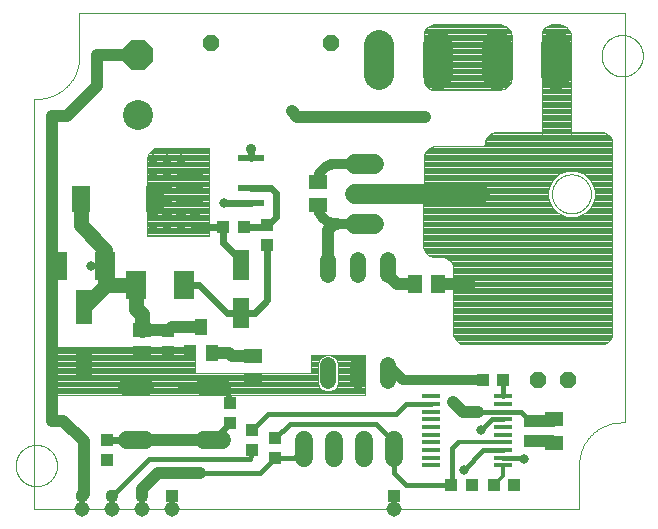
<source format=gtl>
G75*
%MOIN*%
%OFA0B0*%
%FSLAX25Y25*%
%IPPOS*%
%LPD*%
%AMOC8*
5,1,8,0,0,1.08239X$1,22.5*
%
%ADD10C,0.00394*%
%ADD11C,0.00000*%
%ADD12R,0.06496X0.01575*%
%ADD13R,0.04331X0.03937*%
%ADD14R,0.04134X0.04252*%
%ADD15R,0.04252X0.04134*%
%ADD16R,0.03937X0.04331*%
%ADD17C,0.05937*%
%ADD18C,0.10000*%
%ADD19OC8,0.10000*%
%ADD20R,0.05512X0.11811*%
%ADD21C,0.10000*%
%ADD22OC8,0.05200*%
%ADD23R,0.06299X0.05118*%
%ADD24R,0.08661X0.02362*%
%ADD25R,0.07087X0.09449*%
%ADD26R,0.05906X0.08661*%
%ADD27R,0.05512X0.10236*%
%ADD28C,0.06600*%
%ADD29C,0.05200*%
%ADD30R,0.05118X0.05906*%
%ADD31R,0.05906X0.05118*%
%ADD32R,0.03937X0.05512*%
%ADD33R,0.04362X0.04362*%
%ADD34C,0.04362*%
%ADD35C,0.05150*%
%ADD36C,0.06000*%
%ADD37C,0.01200*%
%ADD38C,0.01600*%
%ADD39C,0.03169*%
%ADD40C,0.04000*%
%ADD41C,0.03200*%
%ADD42C,0.02400*%
%ADD43C,0.03562*%
%ADD44C,0.05000*%
D10*
X0014189Y0005042D02*
X0195882Y0005042D01*
X0195882Y0019609D02*
X0195886Y0019951D01*
X0195899Y0020294D01*
X0195919Y0020636D01*
X0195948Y0020977D01*
X0195985Y0021317D01*
X0196031Y0021657D01*
X0196084Y0021995D01*
X0196146Y0022332D01*
X0196216Y0022667D01*
X0196294Y0023001D01*
X0196380Y0023332D01*
X0196474Y0023662D01*
X0196576Y0023989D01*
X0196685Y0024313D01*
X0196803Y0024635D01*
X0196928Y0024954D01*
X0197061Y0025269D01*
X0197202Y0025582D01*
X0197350Y0025890D01*
X0197505Y0026196D01*
X0197668Y0026497D01*
X0197838Y0026794D01*
X0198015Y0027087D01*
X0198200Y0027376D01*
X0198391Y0027660D01*
X0198589Y0027940D01*
X0198793Y0028214D01*
X0199005Y0028484D01*
X0199222Y0028748D01*
X0199446Y0029007D01*
X0199677Y0029261D01*
X0199913Y0029509D01*
X0200155Y0029751D01*
X0200403Y0029987D01*
X0200657Y0030218D01*
X0200916Y0030442D01*
X0201180Y0030659D01*
X0201450Y0030871D01*
X0201724Y0031075D01*
X0202004Y0031273D01*
X0202288Y0031464D01*
X0202577Y0031649D01*
X0202870Y0031826D01*
X0203167Y0031996D01*
X0203468Y0032159D01*
X0203774Y0032314D01*
X0204082Y0032462D01*
X0204395Y0032603D01*
X0204710Y0032736D01*
X0205029Y0032861D01*
X0205351Y0032979D01*
X0205675Y0033088D01*
X0206002Y0033190D01*
X0206332Y0033284D01*
X0206663Y0033370D01*
X0206997Y0033448D01*
X0207332Y0033518D01*
X0207669Y0033580D01*
X0208007Y0033633D01*
X0208347Y0033679D01*
X0208687Y0033716D01*
X0209028Y0033745D01*
X0209370Y0033765D01*
X0209713Y0033778D01*
X0210055Y0033782D01*
X0211039Y0033782D02*
X0211039Y0170396D01*
X0029346Y0170396D01*
X0029346Y0155830D01*
X0029342Y0155488D01*
X0029329Y0155145D01*
X0029309Y0154803D01*
X0029280Y0154462D01*
X0029243Y0154122D01*
X0029197Y0153782D01*
X0029144Y0153444D01*
X0029082Y0153107D01*
X0029012Y0152772D01*
X0028934Y0152438D01*
X0028848Y0152107D01*
X0028754Y0151777D01*
X0028652Y0151450D01*
X0028543Y0151126D01*
X0028425Y0150804D01*
X0028300Y0150485D01*
X0028167Y0150170D01*
X0028026Y0149857D01*
X0027878Y0149549D01*
X0027723Y0149243D01*
X0027560Y0148942D01*
X0027390Y0148645D01*
X0027213Y0148352D01*
X0027028Y0148063D01*
X0026837Y0147779D01*
X0026639Y0147499D01*
X0026435Y0147225D01*
X0026223Y0146955D01*
X0026006Y0146691D01*
X0025782Y0146432D01*
X0025551Y0146178D01*
X0025315Y0145930D01*
X0025073Y0145688D01*
X0024825Y0145452D01*
X0024571Y0145221D01*
X0024312Y0144997D01*
X0024048Y0144780D01*
X0023778Y0144568D01*
X0023504Y0144364D01*
X0023224Y0144166D01*
X0022940Y0143975D01*
X0022651Y0143790D01*
X0022358Y0143613D01*
X0022061Y0143443D01*
X0021760Y0143280D01*
X0021454Y0143125D01*
X0021146Y0142977D01*
X0020833Y0142836D01*
X0020518Y0142703D01*
X0020199Y0142578D01*
X0019877Y0142460D01*
X0019553Y0142351D01*
X0019226Y0142249D01*
X0018896Y0142155D01*
X0018565Y0142069D01*
X0018231Y0141991D01*
X0017896Y0141921D01*
X0017559Y0141859D01*
X0017221Y0141806D01*
X0016881Y0141760D01*
X0016541Y0141723D01*
X0016200Y0141694D01*
X0015858Y0141674D01*
X0015515Y0141661D01*
X0015173Y0141657D01*
X0014189Y0141656D02*
X0014189Y0005042D01*
X0018283Y0042995D02*
X0018283Y0059019D01*
X0067929Y0059019D01*
X0067929Y0050396D01*
X0106563Y0050396D01*
X0106563Y0056223D01*
X0124622Y0056223D01*
X0124622Y0042995D01*
X0018283Y0042995D01*
X0018283Y0043072D02*
X0124622Y0043072D01*
X0124622Y0043464D02*
X0018283Y0043464D01*
X0018283Y0043856D02*
X0124622Y0043856D01*
X0124622Y0044248D02*
X0113048Y0044248D01*
X0112876Y0044178D02*
X0114125Y0044695D01*
X0115080Y0045650D01*
X0115598Y0046899D01*
X0115598Y0053450D01*
X0115080Y0054699D01*
X0114125Y0055654D01*
X0112876Y0056171D01*
X0111525Y0056171D01*
X0110277Y0055654D01*
X0109321Y0054699D01*
X0108804Y0053450D01*
X0108804Y0046899D01*
X0109321Y0045650D01*
X0110277Y0044695D01*
X0111525Y0044178D01*
X0112876Y0044178D01*
X0113994Y0044641D02*
X0124622Y0044641D01*
X0124622Y0045033D02*
X0114463Y0045033D01*
X0114855Y0045425D02*
X0124622Y0045425D01*
X0124622Y0045817D02*
X0115150Y0045817D01*
X0115312Y0046210D02*
X0124622Y0046210D01*
X0124622Y0046602D02*
X0115475Y0046602D01*
X0115598Y0046994D02*
X0124622Y0046994D01*
X0124622Y0047386D02*
X0115598Y0047386D01*
X0115598Y0047778D02*
X0124622Y0047778D01*
X0124622Y0048171D02*
X0115598Y0048171D01*
X0115598Y0048563D02*
X0124622Y0048563D01*
X0124622Y0048955D02*
X0115598Y0048955D01*
X0115598Y0049347D02*
X0124622Y0049347D01*
X0124622Y0049739D02*
X0115598Y0049739D01*
X0115598Y0050132D02*
X0124622Y0050132D01*
X0124622Y0050524D02*
X0115598Y0050524D01*
X0115598Y0050916D02*
X0124622Y0050916D01*
X0124622Y0051308D02*
X0115598Y0051308D01*
X0115598Y0051700D02*
X0124622Y0051700D01*
X0124622Y0052093D02*
X0115598Y0052093D01*
X0115598Y0052485D02*
X0124622Y0052485D01*
X0124622Y0052877D02*
X0115598Y0052877D01*
X0115598Y0053269D02*
X0124622Y0053269D01*
X0124622Y0053662D02*
X0115510Y0053662D01*
X0115348Y0054054D02*
X0124622Y0054054D01*
X0124622Y0054446D02*
X0115185Y0054446D01*
X0114941Y0054838D02*
X0124622Y0054838D01*
X0124622Y0055230D02*
X0114549Y0055230D01*
X0114156Y0055623D02*
X0124622Y0055623D01*
X0124622Y0056015D02*
X0113254Y0056015D01*
X0111147Y0056015D02*
X0106563Y0056015D01*
X0106563Y0055623D02*
X0110245Y0055623D01*
X0109853Y0055230D02*
X0106563Y0055230D01*
X0106563Y0054838D02*
X0109461Y0054838D01*
X0109216Y0054446D02*
X0106563Y0054446D01*
X0106563Y0054054D02*
X0109054Y0054054D01*
X0108892Y0053662D02*
X0106563Y0053662D01*
X0106563Y0053269D02*
X0108804Y0053269D01*
X0108804Y0052877D02*
X0106563Y0052877D01*
X0106563Y0052485D02*
X0108804Y0052485D01*
X0108804Y0052093D02*
X0106563Y0052093D01*
X0106563Y0051700D02*
X0108804Y0051700D01*
X0108804Y0051308D02*
X0106563Y0051308D01*
X0106563Y0050916D02*
X0108804Y0050916D01*
X0108804Y0050524D02*
X0106563Y0050524D01*
X0108804Y0050132D02*
X0018283Y0050132D01*
X0018283Y0050524D02*
X0067929Y0050524D01*
X0067929Y0050916D02*
X0018283Y0050916D01*
X0018283Y0051308D02*
X0067929Y0051308D01*
X0067929Y0051700D02*
X0018283Y0051700D01*
X0018283Y0052093D02*
X0067929Y0052093D01*
X0067929Y0052485D02*
X0018283Y0052485D01*
X0018283Y0052877D02*
X0067929Y0052877D01*
X0067929Y0053269D02*
X0018283Y0053269D01*
X0018283Y0053662D02*
X0067929Y0053662D01*
X0067929Y0054054D02*
X0018283Y0054054D01*
X0018283Y0054446D02*
X0067929Y0054446D01*
X0067929Y0054838D02*
X0018283Y0054838D01*
X0018283Y0055230D02*
X0067929Y0055230D01*
X0067929Y0055623D02*
X0018283Y0055623D01*
X0018283Y0056015D02*
X0067929Y0056015D01*
X0067929Y0056407D02*
X0018283Y0056407D01*
X0018283Y0056799D02*
X0067929Y0056799D01*
X0067929Y0057191D02*
X0018283Y0057191D01*
X0018283Y0057584D02*
X0067929Y0057584D01*
X0067929Y0057976D02*
X0018283Y0057976D01*
X0018283Y0058368D02*
X0067929Y0058368D01*
X0067929Y0058760D02*
X0018283Y0058760D01*
X0018283Y0049739D02*
X0108804Y0049739D01*
X0108804Y0049347D02*
X0018283Y0049347D01*
X0018283Y0048955D02*
X0108804Y0048955D01*
X0108804Y0048563D02*
X0018283Y0048563D01*
X0018283Y0048171D02*
X0108804Y0048171D01*
X0108804Y0047778D02*
X0018283Y0047778D01*
X0018283Y0047386D02*
X0108804Y0047386D01*
X0108804Y0046994D02*
X0018283Y0046994D01*
X0018283Y0046602D02*
X0108927Y0046602D01*
X0109089Y0046210D02*
X0018283Y0046210D01*
X0018283Y0045817D02*
X0109252Y0045817D01*
X0109546Y0045425D02*
X0018283Y0045425D01*
X0018283Y0045033D02*
X0109938Y0045033D01*
X0110407Y0044641D02*
X0018283Y0044641D01*
X0018283Y0044248D02*
X0111354Y0044248D01*
X0154190Y0062436D02*
X0154013Y0063099D01*
X0153953Y0063782D01*
X0153953Y0084963D01*
X0153893Y0085647D01*
X0153715Y0086310D01*
X0153425Y0086932D01*
X0153032Y0087494D01*
X0152546Y0087979D01*
X0151984Y0088373D01*
X0151362Y0088663D01*
X0150699Y0088841D01*
X0150016Y0088900D01*
X0147822Y0088900D01*
X0147133Y0088961D01*
X0146465Y0089142D01*
X0145839Y0089436D01*
X0145275Y0089836D01*
X0144789Y0090328D01*
X0144396Y0090898D01*
X0144110Y0091527D01*
X0143938Y0092198D01*
X0143886Y0092887D01*
X0144257Y0122021D01*
X0144342Y0122782D01*
X0144571Y0123513D01*
X0144938Y0124185D01*
X0145428Y0124773D01*
X0146023Y0125255D01*
X0146699Y0125613D01*
X0147432Y0125834D01*
X0148194Y0125908D01*
X0163756Y0125908D01*
X0163939Y0125932D01*
X0164110Y0126003D01*
X0164257Y0126116D01*
X0164370Y0126263D01*
X0164440Y0126434D01*
X0164465Y0126617D01*
X0164524Y0127301D01*
X0164702Y0127963D01*
X0164992Y0128585D01*
X0165386Y0129148D01*
X0165871Y0129633D01*
X0166433Y0130026D01*
X0167055Y0130317D01*
X0167718Y0130494D01*
X0168402Y0130554D01*
X0203047Y0130554D01*
X0203731Y0130494D01*
X0204394Y0130317D01*
X0205016Y0130026D01*
X0205578Y0129633D01*
X0206063Y0129148D01*
X0206457Y0128585D01*
X0206747Y0127963D01*
X0206924Y0127301D01*
X0206984Y0126617D01*
X0206984Y0063782D01*
X0206924Y0063099D01*
X0206747Y0062436D01*
X0206457Y0061814D01*
X0206063Y0061252D01*
X0205578Y0060766D01*
X0205016Y0060373D01*
X0204394Y0060083D01*
X0203731Y0059905D01*
X0203047Y0059845D01*
X0157890Y0059845D01*
X0157206Y0059905D01*
X0156543Y0060083D01*
X0155921Y0060373D01*
X0155359Y0060766D01*
X0154874Y0061252D01*
X0154480Y0061814D01*
X0154190Y0062436D01*
X0154258Y0062290D02*
X0206679Y0062290D01*
X0206813Y0062682D02*
X0154124Y0062682D01*
X0154019Y0063075D02*
X0206918Y0063075D01*
X0206957Y0063467D02*
X0153980Y0063467D01*
X0153953Y0063859D02*
X0206984Y0063859D01*
X0206984Y0064251D02*
X0153953Y0064251D01*
X0153953Y0064643D02*
X0206984Y0064643D01*
X0206984Y0065036D02*
X0153953Y0065036D01*
X0153953Y0065428D02*
X0206984Y0065428D01*
X0206984Y0065820D02*
X0153953Y0065820D01*
X0153953Y0066212D02*
X0206984Y0066212D01*
X0206984Y0066605D02*
X0153953Y0066605D01*
X0153953Y0066997D02*
X0206984Y0066997D01*
X0206984Y0067389D02*
X0153953Y0067389D01*
X0153953Y0067781D02*
X0206984Y0067781D01*
X0206984Y0068173D02*
X0153953Y0068173D01*
X0153953Y0068566D02*
X0206984Y0068566D01*
X0206984Y0068958D02*
X0153953Y0068958D01*
X0153953Y0069350D02*
X0206984Y0069350D01*
X0206984Y0069742D02*
X0153953Y0069742D01*
X0153953Y0070134D02*
X0206984Y0070134D01*
X0206984Y0070527D02*
X0153953Y0070527D01*
X0153953Y0070919D02*
X0206984Y0070919D01*
X0206984Y0071311D02*
X0153953Y0071311D01*
X0153953Y0071703D02*
X0206984Y0071703D01*
X0206984Y0072096D02*
X0153953Y0072096D01*
X0153953Y0072488D02*
X0206984Y0072488D01*
X0206984Y0072880D02*
X0153953Y0072880D01*
X0153953Y0073272D02*
X0206984Y0073272D01*
X0206984Y0073664D02*
X0153953Y0073664D01*
X0153953Y0074057D02*
X0206984Y0074057D01*
X0206984Y0074449D02*
X0153953Y0074449D01*
X0153953Y0074841D02*
X0206984Y0074841D01*
X0206984Y0075233D02*
X0153953Y0075233D01*
X0153953Y0075625D02*
X0206984Y0075625D01*
X0206984Y0076018D02*
X0153953Y0076018D01*
X0153953Y0076410D02*
X0206984Y0076410D01*
X0206984Y0076802D02*
X0153953Y0076802D01*
X0153953Y0077194D02*
X0206984Y0077194D01*
X0206984Y0077586D02*
X0153953Y0077586D01*
X0153953Y0077979D02*
X0206984Y0077979D01*
X0206984Y0078371D02*
X0153953Y0078371D01*
X0153953Y0078763D02*
X0206984Y0078763D01*
X0206984Y0079155D02*
X0153953Y0079155D01*
X0153953Y0079548D02*
X0206984Y0079548D01*
X0206984Y0079940D02*
X0153953Y0079940D01*
X0153953Y0080332D02*
X0206984Y0080332D01*
X0206984Y0080724D02*
X0153953Y0080724D01*
X0153953Y0081116D02*
X0206984Y0081116D01*
X0206984Y0081509D02*
X0153953Y0081509D01*
X0153953Y0081901D02*
X0206984Y0081901D01*
X0206984Y0082293D02*
X0153953Y0082293D01*
X0153953Y0082685D02*
X0206984Y0082685D01*
X0206984Y0083077D02*
X0153953Y0083077D01*
X0153953Y0083470D02*
X0206984Y0083470D01*
X0206984Y0083862D02*
X0153953Y0083862D01*
X0153953Y0084254D02*
X0206984Y0084254D01*
X0206984Y0084646D02*
X0153953Y0084646D01*
X0153946Y0085039D02*
X0206984Y0085039D01*
X0206984Y0085431D02*
X0153912Y0085431D01*
X0153846Y0085823D02*
X0206984Y0085823D01*
X0206984Y0086215D02*
X0153741Y0086215D01*
X0153577Y0086607D02*
X0206984Y0086607D01*
X0206984Y0087000D02*
X0153378Y0087000D01*
X0153103Y0087392D02*
X0206984Y0087392D01*
X0206984Y0087784D02*
X0152742Y0087784D01*
X0152265Y0088176D02*
X0206984Y0088176D01*
X0206984Y0088568D02*
X0151565Y0088568D01*
X0147139Y0088961D02*
X0206984Y0088961D01*
X0206984Y0089353D02*
X0146016Y0089353D01*
X0145403Y0089745D02*
X0206984Y0089745D01*
X0206984Y0090137D02*
X0144977Y0090137D01*
X0144650Y0090529D02*
X0206984Y0090529D01*
X0206984Y0090922D02*
X0144385Y0090922D01*
X0144207Y0091314D02*
X0206984Y0091314D01*
X0206984Y0091706D02*
X0144064Y0091706D01*
X0143963Y0092098D02*
X0206984Y0092098D01*
X0206984Y0092491D02*
X0143915Y0092491D01*
X0143886Y0092883D02*
X0206984Y0092883D01*
X0206984Y0093275D02*
X0143890Y0093275D01*
X0143895Y0093667D02*
X0206984Y0093667D01*
X0206984Y0094059D02*
X0143901Y0094059D01*
X0143906Y0094452D02*
X0206984Y0094452D01*
X0206984Y0094844D02*
X0143911Y0094844D01*
X0143916Y0095236D02*
X0206984Y0095236D01*
X0206984Y0095628D02*
X0143921Y0095628D01*
X0143926Y0096020D02*
X0206984Y0096020D01*
X0206984Y0096413D02*
X0143931Y0096413D01*
X0143936Y0096805D02*
X0206984Y0096805D01*
X0206984Y0097197D02*
X0143941Y0097197D01*
X0143946Y0097589D02*
X0206984Y0097589D01*
X0206984Y0097982D02*
X0143951Y0097982D01*
X0143956Y0098374D02*
X0206984Y0098374D01*
X0206984Y0098766D02*
X0143961Y0098766D01*
X0143966Y0099158D02*
X0206984Y0099158D01*
X0206984Y0099550D02*
X0143971Y0099550D01*
X0143976Y0099943D02*
X0206984Y0099943D01*
X0206984Y0100335D02*
X0143981Y0100335D01*
X0143986Y0100727D02*
X0206984Y0100727D01*
X0206984Y0101119D02*
X0143991Y0101119D01*
X0143996Y0101511D02*
X0206984Y0101511D01*
X0206984Y0101904D02*
X0144001Y0101904D01*
X0144006Y0102296D02*
X0191772Y0102296D01*
X0191823Y0102274D02*
X0194885Y0102274D01*
X0197714Y0103446D01*
X0199879Y0105611D01*
X0201051Y0108440D01*
X0201051Y0111502D01*
X0199879Y0114331D01*
X0197714Y0116496D01*
X0194885Y0117668D01*
X0191823Y0117668D01*
X0188994Y0116496D01*
X0186829Y0114331D01*
X0185657Y0111502D01*
X0185657Y0108440D01*
X0186829Y0105611D01*
X0188994Y0103446D01*
X0191823Y0102274D01*
X0190825Y0102688D02*
X0144011Y0102688D01*
X0144016Y0103080D02*
X0189878Y0103080D01*
X0188968Y0103472D02*
X0144021Y0103472D01*
X0144026Y0103865D02*
X0188576Y0103865D01*
X0188184Y0104257D02*
X0144031Y0104257D01*
X0144036Y0104649D02*
X0187791Y0104649D01*
X0187399Y0105041D02*
X0144041Y0105041D01*
X0144046Y0105434D02*
X0187007Y0105434D01*
X0186740Y0105826D02*
X0144051Y0105826D01*
X0144056Y0106218D02*
X0186578Y0106218D01*
X0186416Y0106610D02*
X0144061Y0106610D01*
X0144066Y0107002D02*
X0186253Y0107002D01*
X0186091Y0107395D02*
X0144071Y0107395D01*
X0144076Y0107787D02*
X0185928Y0107787D01*
X0185766Y0108179D02*
X0144081Y0108179D01*
X0144086Y0108571D02*
X0185657Y0108571D01*
X0185657Y0108963D02*
X0144091Y0108963D01*
X0144096Y0109356D02*
X0185657Y0109356D01*
X0185657Y0109748D02*
X0144101Y0109748D01*
X0144106Y0110140D02*
X0185657Y0110140D01*
X0185657Y0110532D02*
X0144111Y0110532D01*
X0144116Y0110925D02*
X0185657Y0110925D01*
X0185657Y0111317D02*
X0144121Y0111317D01*
X0144126Y0111709D02*
X0185743Y0111709D01*
X0185906Y0112101D02*
X0144131Y0112101D01*
X0144136Y0112493D02*
X0186068Y0112493D01*
X0186230Y0112886D02*
X0144141Y0112886D01*
X0144146Y0113278D02*
X0186393Y0113278D01*
X0186555Y0113670D02*
X0144151Y0113670D01*
X0144156Y0114062D02*
X0186718Y0114062D01*
X0186953Y0114454D02*
X0144161Y0114454D01*
X0144166Y0114847D02*
X0187345Y0114847D01*
X0187737Y0115239D02*
X0144171Y0115239D01*
X0144176Y0115631D02*
X0188129Y0115631D01*
X0188521Y0116023D02*
X0144181Y0116023D01*
X0144186Y0116415D02*
X0188914Y0116415D01*
X0189746Y0116808D02*
X0144191Y0116808D01*
X0144196Y0117200D02*
X0190693Y0117200D01*
X0191640Y0117592D02*
X0144201Y0117592D01*
X0144206Y0117984D02*
X0206984Y0117984D01*
X0206984Y0117592D02*
X0195069Y0117592D01*
X0196016Y0117200D02*
X0206984Y0117200D01*
X0206984Y0116808D02*
X0196963Y0116808D01*
X0197795Y0116415D02*
X0206984Y0116415D01*
X0206984Y0116023D02*
X0198187Y0116023D01*
X0198580Y0115631D02*
X0206984Y0115631D01*
X0206984Y0115239D02*
X0198972Y0115239D01*
X0199364Y0114847D02*
X0206984Y0114847D01*
X0206984Y0114454D02*
X0199756Y0114454D01*
X0199991Y0114062D02*
X0206984Y0114062D01*
X0206984Y0113670D02*
X0200153Y0113670D01*
X0200316Y0113278D02*
X0206984Y0113278D01*
X0206984Y0112886D02*
X0200478Y0112886D01*
X0200641Y0112493D02*
X0206984Y0112493D01*
X0206984Y0112101D02*
X0200803Y0112101D01*
X0200966Y0111709D02*
X0206984Y0111709D01*
X0206984Y0111317D02*
X0201051Y0111317D01*
X0201051Y0110925D02*
X0206984Y0110925D01*
X0206984Y0110532D02*
X0201051Y0110532D01*
X0201051Y0110140D02*
X0206984Y0110140D01*
X0206984Y0109748D02*
X0201051Y0109748D01*
X0201051Y0109356D02*
X0206984Y0109356D01*
X0206984Y0108963D02*
X0201051Y0108963D01*
X0201051Y0108571D02*
X0206984Y0108571D01*
X0206984Y0108179D02*
X0200943Y0108179D01*
X0200780Y0107787D02*
X0206984Y0107787D01*
X0206984Y0107395D02*
X0200618Y0107395D01*
X0200456Y0107002D02*
X0206984Y0107002D01*
X0206984Y0106610D02*
X0200293Y0106610D01*
X0200131Y0106218D02*
X0206984Y0106218D01*
X0206984Y0105826D02*
X0199968Y0105826D01*
X0199702Y0105434D02*
X0206984Y0105434D01*
X0206984Y0105041D02*
X0199309Y0105041D01*
X0198917Y0104649D02*
X0206984Y0104649D01*
X0206984Y0104257D02*
X0198525Y0104257D01*
X0198133Y0103865D02*
X0206984Y0103865D01*
X0206984Y0103472D02*
X0197741Y0103472D01*
X0196831Y0103080D02*
X0206984Y0103080D01*
X0206984Y0102688D02*
X0195884Y0102688D01*
X0194937Y0102296D02*
X0206984Y0102296D01*
X0206984Y0118377D02*
X0144211Y0118377D01*
X0144216Y0118769D02*
X0206984Y0118769D01*
X0206984Y0119161D02*
X0144221Y0119161D01*
X0144226Y0119553D02*
X0206984Y0119553D01*
X0206984Y0119945D02*
X0144231Y0119945D01*
X0144236Y0120338D02*
X0206984Y0120338D01*
X0206984Y0120730D02*
X0144241Y0120730D01*
X0144246Y0121122D02*
X0206984Y0121122D01*
X0206984Y0121514D02*
X0144251Y0121514D01*
X0144256Y0121906D02*
X0206984Y0121906D01*
X0206984Y0122299D02*
X0144288Y0122299D01*
X0144331Y0122691D02*
X0206984Y0122691D01*
X0206984Y0123083D02*
X0144436Y0123083D01*
X0144560Y0123475D02*
X0206984Y0123475D01*
X0206984Y0123868D02*
X0144765Y0123868D01*
X0145001Y0124260D02*
X0206984Y0124260D01*
X0206984Y0124652D02*
X0145327Y0124652D01*
X0145762Y0125044D02*
X0206984Y0125044D01*
X0206984Y0125436D02*
X0146365Y0125436D01*
X0147415Y0125829D02*
X0206984Y0125829D01*
X0206984Y0126221D02*
X0164338Y0126221D01*
X0164464Y0126613D02*
X0206984Y0126613D01*
X0206950Y0127005D02*
X0164499Y0127005D01*
X0164550Y0127397D02*
X0206898Y0127397D01*
X0206793Y0127790D02*
X0164655Y0127790D01*
X0164804Y0128182D02*
X0206645Y0128182D01*
X0206462Y0128574D02*
X0164987Y0128574D01*
X0165259Y0128966D02*
X0206190Y0128966D01*
X0205852Y0129358D02*
X0165597Y0129358D01*
X0166039Y0129751D02*
X0205410Y0129751D01*
X0204766Y0130143D02*
X0166683Y0130143D01*
X0168186Y0130535D02*
X0203262Y0130535D01*
X0193323Y0130535D02*
X0183480Y0130535D01*
X0183480Y0130143D02*
X0193323Y0130143D01*
X0193323Y0129751D02*
X0183480Y0129751D01*
X0183480Y0129358D02*
X0193323Y0129358D01*
X0193323Y0128966D02*
X0183480Y0128966D01*
X0183480Y0128574D02*
X0193323Y0128574D01*
X0183480Y0128574D01*
X0183480Y0162522D01*
X0183487Y0163234D01*
X0183632Y0163930D01*
X0183910Y0164585D01*
X0184311Y0165173D01*
X0184818Y0165671D01*
X0185413Y0166061D01*
X0186073Y0166327D01*
X0186772Y0166459D01*
X0188520Y0166459D01*
X0189285Y0166468D01*
X0190040Y0166344D01*
X0190763Y0166091D01*
X0191430Y0165715D01*
X0192022Y0165230D01*
X0192521Y0164649D01*
X0192911Y0163991D01*
X0193181Y0163275D01*
X0193323Y0162522D01*
X0193323Y0128574D01*
X0193323Y0130927D02*
X0183480Y0130927D01*
X0183480Y0131320D02*
X0193323Y0131320D01*
X0193323Y0131712D02*
X0183480Y0131712D01*
X0183480Y0132104D02*
X0193323Y0132104D01*
X0193323Y0132496D02*
X0183480Y0132496D01*
X0183480Y0132888D02*
X0193323Y0132888D01*
X0193323Y0133281D02*
X0183480Y0133281D01*
X0183480Y0133673D02*
X0193323Y0133673D01*
X0193323Y0134065D02*
X0183480Y0134065D01*
X0183480Y0134457D02*
X0193323Y0134457D01*
X0193323Y0134849D02*
X0183480Y0134849D01*
X0183480Y0135242D02*
X0193323Y0135242D01*
X0193323Y0135634D02*
X0183480Y0135634D01*
X0183480Y0136026D02*
X0193323Y0136026D01*
X0193323Y0136418D02*
X0183480Y0136418D01*
X0183480Y0136811D02*
X0193323Y0136811D01*
X0193323Y0137203D02*
X0183480Y0137203D01*
X0183480Y0137595D02*
X0193323Y0137595D01*
X0193323Y0137987D02*
X0183480Y0137987D01*
X0183480Y0138379D02*
X0193323Y0138379D01*
X0193323Y0138772D02*
X0183480Y0138772D01*
X0183480Y0139164D02*
X0193323Y0139164D01*
X0193323Y0139556D02*
X0183480Y0139556D01*
X0183480Y0139948D02*
X0193323Y0139948D01*
X0193323Y0140340D02*
X0183480Y0140340D01*
X0183480Y0140733D02*
X0193323Y0140733D01*
X0193323Y0141125D02*
X0183480Y0141125D01*
X0183480Y0141517D02*
X0193323Y0141517D01*
X0193323Y0141909D02*
X0183480Y0141909D01*
X0183480Y0142301D02*
X0193323Y0142301D01*
X0193323Y0142694D02*
X0183480Y0142694D01*
X0183480Y0143086D02*
X0193323Y0143086D01*
X0193323Y0143478D02*
X0183480Y0143478D01*
X0183480Y0143870D02*
X0193323Y0143870D01*
X0193323Y0144263D02*
X0183480Y0144263D01*
X0183480Y0144655D02*
X0193323Y0144655D01*
X0193323Y0145047D02*
X0183480Y0145047D01*
X0183480Y0145439D02*
X0193323Y0145439D01*
X0193323Y0145831D02*
X0183480Y0145831D01*
X0183480Y0146224D02*
X0193323Y0146224D01*
X0193323Y0146616D02*
X0183480Y0146616D01*
X0183480Y0147008D02*
X0193323Y0147008D01*
X0193323Y0147400D02*
X0183480Y0147400D01*
X0183480Y0147792D02*
X0193323Y0147792D01*
X0193323Y0148185D02*
X0183480Y0148185D01*
X0183480Y0148577D02*
X0193323Y0148577D01*
X0193323Y0148969D02*
X0183480Y0148969D01*
X0183480Y0149361D02*
X0193323Y0149361D01*
X0193323Y0149754D02*
X0183480Y0149754D01*
X0183480Y0150146D02*
X0193323Y0150146D01*
X0193323Y0150538D02*
X0183480Y0150538D01*
X0183480Y0150930D02*
X0193323Y0150930D01*
X0193323Y0151322D02*
X0183480Y0151322D01*
X0183480Y0151715D02*
X0193323Y0151715D01*
X0193323Y0152107D02*
X0183480Y0152107D01*
X0183480Y0152499D02*
X0193323Y0152499D01*
X0193323Y0152891D02*
X0183480Y0152891D01*
X0183480Y0153283D02*
X0193323Y0153283D01*
X0193323Y0153676D02*
X0183480Y0153676D01*
X0183480Y0154068D02*
X0193323Y0154068D01*
X0193323Y0154460D02*
X0183480Y0154460D01*
X0183480Y0154852D02*
X0193323Y0154852D01*
X0193323Y0155244D02*
X0183480Y0155244D01*
X0183480Y0155637D02*
X0193323Y0155637D01*
X0193323Y0156029D02*
X0183480Y0156029D01*
X0183480Y0156421D02*
X0193323Y0156421D01*
X0193323Y0156813D02*
X0183480Y0156813D01*
X0183480Y0157206D02*
X0193323Y0157206D01*
X0193323Y0157598D02*
X0183480Y0157598D01*
X0183480Y0157990D02*
X0193323Y0157990D01*
X0193323Y0158382D02*
X0183480Y0158382D01*
X0183480Y0158774D02*
X0193323Y0158774D01*
X0193323Y0159167D02*
X0183480Y0159167D01*
X0183480Y0159559D02*
X0193323Y0159559D01*
X0193323Y0159951D02*
X0183480Y0159951D01*
X0183480Y0160343D02*
X0193323Y0160343D01*
X0193323Y0160735D02*
X0183480Y0160735D01*
X0183480Y0161128D02*
X0193323Y0161128D01*
X0193323Y0161520D02*
X0183480Y0161520D01*
X0183480Y0161912D02*
X0193323Y0161912D01*
X0193323Y0162304D02*
X0183480Y0162304D01*
X0183482Y0162697D02*
X0193290Y0162697D01*
X0193216Y0163089D02*
X0183485Y0163089D01*
X0183538Y0163481D02*
X0193103Y0163481D01*
X0192956Y0163873D02*
X0183620Y0163873D01*
X0183774Y0164265D02*
X0192749Y0164265D01*
X0192514Y0164658D02*
X0183960Y0164658D01*
X0184227Y0165050D02*
X0192177Y0165050D01*
X0191764Y0165442D02*
X0184585Y0165442D01*
X0185067Y0165834D02*
X0191219Y0165834D01*
X0190376Y0166226D02*
X0185823Y0166226D01*
X0173316Y0163261D02*
X0173441Y0162522D01*
X0173441Y0148574D01*
X0173316Y0147835D01*
X0173065Y0147130D01*
X0172695Y0146479D01*
X0172218Y0145902D01*
X0171648Y0145417D01*
X0171002Y0145038D01*
X0170300Y0144777D01*
X0169564Y0144642D01*
X0168815Y0144637D01*
X0147406Y0144637D01*
X0146706Y0144769D01*
X0146046Y0145035D01*
X0145451Y0145424D01*
X0144942Y0145923D01*
X0144541Y0146511D01*
X0144263Y0147165D01*
X0144117Y0147862D01*
X0144110Y0148574D01*
X0144110Y0162522D01*
X0144117Y0163234D01*
X0144263Y0163931D01*
X0144541Y0164586D01*
X0144942Y0165173D01*
X0145451Y0165672D01*
X0146046Y0166061D01*
X0146706Y0166327D01*
X0147406Y0166459D01*
X0168815Y0166459D01*
X0169564Y0166454D01*
X0170300Y0166319D01*
X0171002Y0166058D01*
X0171648Y0165679D01*
X0172218Y0165194D01*
X0172695Y0164617D01*
X0173065Y0163966D01*
X0173316Y0163261D01*
X0173345Y0163089D02*
X0144116Y0163089D01*
X0144112Y0162697D02*
X0173412Y0162697D01*
X0173441Y0162304D02*
X0144110Y0162304D01*
X0144110Y0161912D02*
X0173441Y0161912D01*
X0173441Y0161520D02*
X0144110Y0161520D01*
X0144110Y0161128D02*
X0173441Y0161128D01*
X0173441Y0160735D02*
X0144110Y0160735D01*
X0144110Y0160343D02*
X0173441Y0160343D01*
X0173441Y0159951D02*
X0144110Y0159951D01*
X0144110Y0159559D02*
X0173441Y0159559D01*
X0173441Y0159167D02*
X0144110Y0159167D01*
X0144110Y0158774D02*
X0173441Y0158774D01*
X0173441Y0158382D02*
X0144110Y0158382D01*
X0144110Y0157990D02*
X0173441Y0157990D01*
X0173441Y0157598D02*
X0144110Y0157598D01*
X0144110Y0157206D02*
X0173441Y0157206D01*
X0173441Y0156813D02*
X0144110Y0156813D01*
X0144110Y0156421D02*
X0173441Y0156421D01*
X0173441Y0156029D02*
X0144110Y0156029D01*
X0144110Y0155637D02*
X0173441Y0155637D01*
X0173441Y0155244D02*
X0144110Y0155244D01*
X0144110Y0154852D02*
X0173441Y0154852D01*
X0173441Y0154460D02*
X0144110Y0154460D01*
X0144110Y0154068D02*
X0173441Y0154068D01*
X0173441Y0153676D02*
X0144110Y0153676D01*
X0144110Y0153283D02*
X0173441Y0153283D01*
X0173441Y0152891D02*
X0144110Y0152891D01*
X0144110Y0152499D02*
X0173441Y0152499D01*
X0173441Y0152107D02*
X0144110Y0152107D01*
X0144110Y0151715D02*
X0173441Y0151715D01*
X0173441Y0151322D02*
X0144110Y0151322D01*
X0144110Y0150930D02*
X0173441Y0150930D01*
X0173441Y0150538D02*
X0144110Y0150538D01*
X0144110Y0150146D02*
X0173441Y0150146D01*
X0173441Y0149754D02*
X0144110Y0149754D01*
X0144110Y0149361D02*
X0173441Y0149361D01*
X0173441Y0148969D02*
X0144110Y0148969D01*
X0144110Y0148577D02*
X0173441Y0148577D01*
X0173375Y0148185D02*
X0144114Y0148185D01*
X0144132Y0147792D02*
X0173301Y0147792D01*
X0173161Y0147400D02*
X0144214Y0147400D01*
X0144330Y0147008D02*
X0172996Y0147008D01*
X0172773Y0146616D02*
X0144497Y0146616D01*
X0144737Y0146224D02*
X0172484Y0146224D01*
X0172135Y0145831D02*
X0145036Y0145831D01*
X0145435Y0145439D02*
X0171674Y0145439D01*
X0171017Y0145047D02*
X0146027Y0145047D01*
X0147310Y0144655D02*
X0169634Y0144655D01*
X0173238Y0163481D02*
X0144169Y0163481D01*
X0144251Y0163873D02*
X0173098Y0163873D01*
X0172895Y0164265D02*
X0144405Y0164265D01*
X0144591Y0164658D02*
X0172662Y0164658D01*
X0172337Y0165050D02*
X0144858Y0165050D01*
X0145216Y0165442D02*
X0171926Y0165442D01*
X0171383Y0165834D02*
X0145699Y0165834D01*
X0146456Y0166226D02*
X0170549Y0166226D01*
X0072457Y0125353D02*
X0072457Y0095987D01*
X0051827Y0095987D01*
X0051827Y0121416D01*
X0051887Y0122100D01*
X0052064Y0122763D01*
X0052354Y0123385D01*
X0052748Y0123947D01*
X0053233Y0124432D01*
X0053795Y0124826D01*
X0054417Y0125116D01*
X0055080Y0125293D01*
X0055764Y0125353D01*
X0072457Y0125353D01*
X0072457Y0125044D02*
X0054264Y0125044D01*
X0053547Y0124652D02*
X0072457Y0124652D01*
X0072457Y0124260D02*
X0053061Y0124260D01*
X0052692Y0123868D02*
X0072457Y0123868D01*
X0072457Y0123475D02*
X0052418Y0123475D01*
X0052214Y0123083D02*
X0072457Y0123083D01*
X0072457Y0122691D02*
X0052045Y0122691D01*
X0051940Y0122299D02*
X0072457Y0122299D01*
X0072457Y0121906D02*
X0051870Y0121906D01*
X0051835Y0121514D02*
X0072457Y0121514D01*
X0072457Y0121122D02*
X0051827Y0121122D01*
X0051827Y0120730D02*
X0072457Y0120730D01*
X0072457Y0120338D02*
X0051827Y0120338D01*
X0051827Y0119945D02*
X0072457Y0119945D01*
X0072457Y0119553D02*
X0051827Y0119553D01*
X0051827Y0119161D02*
X0072457Y0119161D01*
X0072457Y0118769D02*
X0051827Y0118769D01*
X0051827Y0118377D02*
X0072457Y0118377D01*
X0072457Y0117984D02*
X0051827Y0117984D01*
X0051827Y0117592D02*
X0072457Y0117592D01*
X0072457Y0117200D02*
X0051827Y0117200D01*
X0051827Y0116808D02*
X0072457Y0116808D01*
X0072457Y0116415D02*
X0051827Y0116415D01*
X0051827Y0116023D02*
X0072457Y0116023D01*
X0072457Y0115631D02*
X0051827Y0115631D01*
X0051827Y0115239D02*
X0072457Y0115239D01*
X0072457Y0114847D02*
X0051827Y0114847D01*
X0051827Y0114454D02*
X0072457Y0114454D01*
X0072457Y0114062D02*
X0051827Y0114062D01*
X0051827Y0113670D02*
X0072457Y0113670D01*
X0072457Y0113278D02*
X0051827Y0113278D01*
X0051827Y0112886D02*
X0072457Y0112886D01*
X0072457Y0112493D02*
X0051827Y0112493D01*
X0051827Y0112101D02*
X0072457Y0112101D01*
X0072457Y0111709D02*
X0051827Y0111709D01*
X0051827Y0111317D02*
X0072457Y0111317D01*
X0072457Y0110925D02*
X0051827Y0110925D01*
X0051827Y0110532D02*
X0072457Y0110532D01*
X0072457Y0110140D02*
X0051827Y0110140D01*
X0051827Y0109748D02*
X0072457Y0109748D01*
X0072457Y0109356D02*
X0051827Y0109356D01*
X0051827Y0108963D02*
X0072457Y0108963D01*
X0072457Y0108571D02*
X0051827Y0108571D01*
X0051827Y0108179D02*
X0072457Y0108179D01*
X0072457Y0107787D02*
X0051827Y0107787D01*
X0051827Y0107395D02*
X0072457Y0107395D01*
X0072457Y0107002D02*
X0051827Y0107002D01*
X0051827Y0106610D02*
X0072457Y0106610D01*
X0072457Y0106218D02*
X0051827Y0106218D01*
X0051827Y0105826D02*
X0072457Y0105826D01*
X0072457Y0105434D02*
X0051827Y0105434D01*
X0051827Y0105041D02*
X0072457Y0105041D01*
X0072457Y0104649D02*
X0051827Y0104649D01*
X0051827Y0104257D02*
X0072457Y0104257D01*
X0072457Y0103865D02*
X0051827Y0103865D01*
X0051827Y0103472D02*
X0072457Y0103472D01*
X0072457Y0103080D02*
X0051827Y0103080D01*
X0051827Y0102688D02*
X0072457Y0102688D01*
X0072457Y0102296D02*
X0051827Y0102296D01*
X0051827Y0101904D02*
X0072457Y0101904D01*
X0072457Y0101511D02*
X0051827Y0101511D01*
X0051827Y0101119D02*
X0072457Y0101119D01*
X0072457Y0100727D02*
X0051827Y0100727D01*
X0051827Y0100335D02*
X0072457Y0100335D01*
X0072457Y0099943D02*
X0051827Y0099943D01*
X0051827Y0099550D02*
X0072457Y0099550D01*
X0072457Y0099158D02*
X0051827Y0099158D01*
X0051827Y0098766D02*
X0072457Y0098766D01*
X0072457Y0098374D02*
X0051827Y0098374D01*
X0051827Y0097982D02*
X0072457Y0097982D01*
X0072457Y0097589D02*
X0051827Y0097589D01*
X0051827Y0097197D02*
X0072457Y0097197D01*
X0072457Y0096805D02*
X0051827Y0096805D01*
X0051827Y0096413D02*
X0072457Y0096413D01*
X0072457Y0096020D02*
X0051827Y0096020D01*
X0154441Y0061898D02*
X0206496Y0061898D01*
X0206241Y0061506D02*
X0154696Y0061506D01*
X0155012Y0061114D02*
X0205925Y0061114D01*
X0205514Y0060721D02*
X0155423Y0060721D01*
X0156015Y0060329D02*
X0204922Y0060329D01*
X0203850Y0059937D02*
X0157087Y0059937D01*
D11*
X0195882Y0019609D02*
X0195882Y0005042D01*
X0210055Y0033782D02*
X0211039Y0033782D01*
X0186854Y0109971D02*
X0186856Y0110132D01*
X0186862Y0110292D01*
X0186872Y0110453D01*
X0186886Y0110613D01*
X0186904Y0110773D01*
X0186925Y0110932D01*
X0186951Y0111091D01*
X0186981Y0111249D01*
X0187014Y0111406D01*
X0187052Y0111563D01*
X0187093Y0111718D01*
X0187138Y0111872D01*
X0187187Y0112025D01*
X0187240Y0112177D01*
X0187296Y0112328D01*
X0187357Y0112477D01*
X0187420Y0112625D01*
X0187488Y0112771D01*
X0187559Y0112915D01*
X0187633Y0113057D01*
X0187711Y0113198D01*
X0187793Y0113336D01*
X0187878Y0113473D01*
X0187966Y0113607D01*
X0188058Y0113739D01*
X0188153Y0113869D01*
X0188251Y0113997D01*
X0188352Y0114122D01*
X0188456Y0114244D01*
X0188563Y0114364D01*
X0188673Y0114481D01*
X0188786Y0114596D01*
X0188902Y0114707D01*
X0189021Y0114816D01*
X0189142Y0114921D01*
X0189266Y0115024D01*
X0189392Y0115124D01*
X0189520Y0115220D01*
X0189651Y0115313D01*
X0189785Y0115403D01*
X0189920Y0115490D01*
X0190058Y0115573D01*
X0190197Y0115653D01*
X0190339Y0115729D01*
X0190482Y0115802D01*
X0190627Y0115871D01*
X0190774Y0115937D01*
X0190922Y0115999D01*
X0191072Y0116057D01*
X0191223Y0116112D01*
X0191376Y0116163D01*
X0191530Y0116210D01*
X0191685Y0116253D01*
X0191841Y0116292D01*
X0191997Y0116328D01*
X0192155Y0116359D01*
X0192313Y0116387D01*
X0192472Y0116411D01*
X0192632Y0116431D01*
X0192792Y0116447D01*
X0192952Y0116459D01*
X0193113Y0116467D01*
X0193274Y0116471D01*
X0193434Y0116471D01*
X0193595Y0116467D01*
X0193756Y0116459D01*
X0193916Y0116447D01*
X0194076Y0116431D01*
X0194236Y0116411D01*
X0194395Y0116387D01*
X0194553Y0116359D01*
X0194711Y0116328D01*
X0194867Y0116292D01*
X0195023Y0116253D01*
X0195178Y0116210D01*
X0195332Y0116163D01*
X0195485Y0116112D01*
X0195636Y0116057D01*
X0195786Y0115999D01*
X0195934Y0115937D01*
X0196081Y0115871D01*
X0196226Y0115802D01*
X0196369Y0115729D01*
X0196511Y0115653D01*
X0196650Y0115573D01*
X0196788Y0115490D01*
X0196923Y0115403D01*
X0197057Y0115313D01*
X0197188Y0115220D01*
X0197316Y0115124D01*
X0197442Y0115024D01*
X0197566Y0114921D01*
X0197687Y0114816D01*
X0197806Y0114707D01*
X0197922Y0114596D01*
X0198035Y0114481D01*
X0198145Y0114364D01*
X0198252Y0114244D01*
X0198356Y0114122D01*
X0198457Y0113997D01*
X0198555Y0113869D01*
X0198650Y0113739D01*
X0198742Y0113607D01*
X0198830Y0113473D01*
X0198915Y0113336D01*
X0198997Y0113198D01*
X0199075Y0113057D01*
X0199149Y0112915D01*
X0199220Y0112771D01*
X0199288Y0112625D01*
X0199351Y0112477D01*
X0199412Y0112328D01*
X0199468Y0112177D01*
X0199521Y0112025D01*
X0199570Y0111872D01*
X0199615Y0111718D01*
X0199656Y0111563D01*
X0199694Y0111406D01*
X0199727Y0111249D01*
X0199757Y0111091D01*
X0199783Y0110932D01*
X0199804Y0110773D01*
X0199822Y0110613D01*
X0199836Y0110453D01*
X0199846Y0110292D01*
X0199852Y0110132D01*
X0199854Y0109971D01*
X0199852Y0109810D01*
X0199846Y0109650D01*
X0199836Y0109489D01*
X0199822Y0109329D01*
X0199804Y0109169D01*
X0199783Y0109010D01*
X0199757Y0108851D01*
X0199727Y0108693D01*
X0199694Y0108536D01*
X0199656Y0108379D01*
X0199615Y0108224D01*
X0199570Y0108070D01*
X0199521Y0107917D01*
X0199468Y0107765D01*
X0199412Y0107614D01*
X0199351Y0107465D01*
X0199288Y0107317D01*
X0199220Y0107171D01*
X0199149Y0107027D01*
X0199075Y0106885D01*
X0198997Y0106744D01*
X0198915Y0106606D01*
X0198830Y0106469D01*
X0198742Y0106335D01*
X0198650Y0106203D01*
X0198555Y0106073D01*
X0198457Y0105945D01*
X0198356Y0105820D01*
X0198252Y0105698D01*
X0198145Y0105578D01*
X0198035Y0105461D01*
X0197922Y0105346D01*
X0197806Y0105235D01*
X0197687Y0105126D01*
X0197566Y0105021D01*
X0197442Y0104918D01*
X0197316Y0104818D01*
X0197188Y0104722D01*
X0197057Y0104629D01*
X0196923Y0104539D01*
X0196788Y0104452D01*
X0196650Y0104369D01*
X0196511Y0104289D01*
X0196369Y0104213D01*
X0196226Y0104140D01*
X0196081Y0104071D01*
X0195934Y0104005D01*
X0195786Y0103943D01*
X0195636Y0103885D01*
X0195485Y0103830D01*
X0195332Y0103779D01*
X0195178Y0103732D01*
X0195023Y0103689D01*
X0194867Y0103650D01*
X0194711Y0103614D01*
X0194553Y0103583D01*
X0194395Y0103555D01*
X0194236Y0103531D01*
X0194076Y0103511D01*
X0193916Y0103495D01*
X0193756Y0103483D01*
X0193595Y0103475D01*
X0193434Y0103471D01*
X0193274Y0103471D01*
X0193113Y0103475D01*
X0192952Y0103483D01*
X0192792Y0103495D01*
X0192632Y0103511D01*
X0192472Y0103531D01*
X0192313Y0103555D01*
X0192155Y0103583D01*
X0191997Y0103614D01*
X0191841Y0103650D01*
X0191685Y0103689D01*
X0191530Y0103732D01*
X0191376Y0103779D01*
X0191223Y0103830D01*
X0191072Y0103885D01*
X0190922Y0103943D01*
X0190774Y0104005D01*
X0190627Y0104071D01*
X0190482Y0104140D01*
X0190339Y0104213D01*
X0190197Y0104289D01*
X0190058Y0104369D01*
X0189920Y0104452D01*
X0189785Y0104539D01*
X0189651Y0104629D01*
X0189520Y0104722D01*
X0189392Y0104818D01*
X0189266Y0104918D01*
X0189142Y0105021D01*
X0189021Y0105126D01*
X0188902Y0105235D01*
X0188786Y0105346D01*
X0188673Y0105461D01*
X0188563Y0105578D01*
X0188456Y0105698D01*
X0188352Y0105820D01*
X0188251Y0105945D01*
X0188153Y0106073D01*
X0188058Y0106203D01*
X0187966Y0106335D01*
X0187878Y0106469D01*
X0187793Y0106606D01*
X0187711Y0106744D01*
X0187633Y0106885D01*
X0187559Y0107027D01*
X0187488Y0107171D01*
X0187420Y0107317D01*
X0187357Y0107465D01*
X0187296Y0107614D01*
X0187240Y0107765D01*
X0187187Y0107917D01*
X0187138Y0108070D01*
X0187093Y0108224D01*
X0187052Y0108379D01*
X0187014Y0108536D01*
X0186981Y0108693D01*
X0186951Y0108851D01*
X0186925Y0109010D01*
X0186904Y0109169D01*
X0186886Y0109329D01*
X0186872Y0109489D01*
X0186862Y0109650D01*
X0186856Y0109810D01*
X0186854Y0109971D01*
X0203362Y0156026D02*
X0203364Y0156195D01*
X0203370Y0156364D01*
X0203381Y0156533D01*
X0203395Y0156701D01*
X0203414Y0156869D01*
X0203437Y0157037D01*
X0203463Y0157204D01*
X0203494Y0157370D01*
X0203529Y0157536D01*
X0203568Y0157700D01*
X0203612Y0157864D01*
X0203659Y0158026D01*
X0203710Y0158187D01*
X0203765Y0158347D01*
X0203824Y0158506D01*
X0203886Y0158663D01*
X0203953Y0158818D01*
X0204024Y0158972D01*
X0204098Y0159124D01*
X0204176Y0159274D01*
X0204257Y0159422D01*
X0204342Y0159568D01*
X0204431Y0159712D01*
X0204523Y0159854D01*
X0204619Y0159993D01*
X0204718Y0160130D01*
X0204820Y0160265D01*
X0204926Y0160397D01*
X0205035Y0160526D01*
X0205147Y0160653D01*
X0205262Y0160777D01*
X0205380Y0160898D01*
X0205501Y0161016D01*
X0205625Y0161131D01*
X0205752Y0161243D01*
X0205881Y0161352D01*
X0206013Y0161458D01*
X0206148Y0161560D01*
X0206285Y0161659D01*
X0206424Y0161755D01*
X0206566Y0161847D01*
X0206710Y0161936D01*
X0206856Y0162021D01*
X0207004Y0162102D01*
X0207154Y0162180D01*
X0207306Y0162254D01*
X0207460Y0162325D01*
X0207615Y0162392D01*
X0207772Y0162454D01*
X0207931Y0162513D01*
X0208091Y0162568D01*
X0208252Y0162619D01*
X0208414Y0162666D01*
X0208578Y0162710D01*
X0208742Y0162749D01*
X0208908Y0162784D01*
X0209074Y0162815D01*
X0209241Y0162841D01*
X0209409Y0162864D01*
X0209577Y0162883D01*
X0209745Y0162897D01*
X0209914Y0162908D01*
X0210083Y0162914D01*
X0210252Y0162916D01*
X0210421Y0162914D01*
X0210590Y0162908D01*
X0210759Y0162897D01*
X0210927Y0162883D01*
X0211095Y0162864D01*
X0211263Y0162841D01*
X0211430Y0162815D01*
X0211596Y0162784D01*
X0211762Y0162749D01*
X0211926Y0162710D01*
X0212090Y0162666D01*
X0212252Y0162619D01*
X0212413Y0162568D01*
X0212573Y0162513D01*
X0212732Y0162454D01*
X0212889Y0162392D01*
X0213044Y0162325D01*
X0213198Y0162254D01*
X0213350Y0162180D01*
X0213500Y0162102D01*
X0213648Y0162021D01*
X0213794Y0161936D01*
X0213938Y0161847D01*
X0214080Y0161755D01*
X0214219Y0161659D01*
X0214356Y0161560D01*
X0214491Y0161458D01*
X0214623Y0161352D01*
X0214752Y0161243D01*
X0214879Y0161131D01*
X0215003Y0161016D01*
X0215124Y0160898D01*
X0215242Y0160777D01*
X0215357Y0160653D01*
X0215469Y0160526D01*
X0215578Y0160397D01*
X0215684Y0160265D01*
X0215786Y0160130D01*
X0215885Y0159993D01*
X0215981Y0159854D01*
X0216073Y0159712D01*
X0216162Y0159568D01*
X0216247Y0159422D01*
X0216328Y0159274D01*
X0216406Y0159124D01*
X0216480Y0158972D01*
X0216551Y0158818D01*
X0216618Y0158663D01*
X0216680Y0158506D01*
X0216739Y0158347D01*
X0216794Y0158187D01*
X0216845Y0158026D01*
X0216892Y0157864D01*
X0216936Y0157700D01*
X0216975Y0157536D01*
X0217010Y0157370D01*
X0217041Y0157204D01*
X0217067Y0157037D01*
X0217090Y0156869D01*
X0217109Y0156701D01*
X0217123Y0156533D01*
X0217134Y0156364D01*
X0217140Y0156195D01*
X0217142Y0156026D01*
X0217140Y0155857D01*
X0217134Y0155688D01*
X0217123Y0155519D01*
X0217109Y0155351D01*
X0217090Y0155183D01*
X0217067Y0155015D01*
X0217041Y0154848D01*
X0217010Y0154682D01*
X0216975Y0154516D01*
X0216936Y0154352D01*
X0216892Y0154188D01*
X0216845Y0154026D01*
X0216794Y0153865D01*
X0216739Y0153705D01*
X0216680Y0153546D01*
X0216618Y0153389D01*
X0216551Y0153234D01*
X0216480Y0153080D01*
X0216406Y0152928D01*
X0216328Y0152778D01*
X0216247Y0152630D01*
X0216162Y0152484D01*
X0216073Y0152340D01*
X0215981Y0152198D01*
X0215885Y0152059D01*
X0215786Y0151922D01*
X0215684Y0151787D01*
X0215578Y0151655D01*
X0215469Y0151526D01*
X0215357Y0151399D01*
X0215242Y0151275D01*
X0215124Y0151154D01*
X0215003Y0151036D01*
X0214879Y0150921D01*
X0214752Y0150809D01*
X0214623Y0150700D01*
X0214491Y0150594D01*
X0214356Y0150492D01*
X0214219Y0150393D01*
X0214080Y0150297D01*
X0213938Y0150205D01*
X0213794Y0150116D01*
X0213648Y0150031D01*
X0213500Y0149950D01*
X0213350Y0149872D01*
X0213198Y0149798D01*
X0213044Y0149727D01*
X0212889Y0149660D01*
X0212732Y0149598D01*
X0212573Y0149539D01*
X0212413Y0149484D01*
X0212252Y0149433D01*
X0212090Y0149386D01*
X0211926Y0149342D01*
X0211762Y0149303D01*
X0211596Y0149268D01*
X0211430Y0149237D01*
X0211263Y0149211D01*
X0211095Y0149188D01*
X0210927Y0149169D01*
X0210759Y0149155D01*
X0210590Y0149144D01*
X0210421Y0149138D01*
X0210252Y0149136D01*
X0210083Y0149138D01*
X0209914Y0149144D01*
X0209745Y0149155D01*
X0209577Y0149169D01*
X0209409Y0149188D01*
X0209241Y0149211D01*
X0209074Y0149237D01*
X0208908Y0149268D01*
X0208742Y0149303D01*
X0208578Y0149342D01*
X0208414Y0149386D01*
X0208252Y0149433D01*
X0208091Y0149484D01*
X0207931Y0149539D01*
X0207772Y0149598D01*
X0207615Y0149660D01*
X0207460Y0149727D01*
X0207306Y0149798D01*
X0207154Y0149872D01*
X0207004Y0149950D01*
X0206856Y0150031D01*
X0206710Y0150116D01*
X0206566Y0150205D01*
X0206424Y0150297D01*
X0206285Y0150393D01*
X0206148Y0150492D01*
X0206013Y0150594D01*
X0205881Y0150700D01*
X0205752Y0150809D01*
X0205625Y0150921D01*
X0205501Y0151036D01*
X0205380Y0151154D01*
X0205262Y0151275D01*
X0205147Y0151399D01*
X0205035Y0151526D01*
X0204926Y0151655D01*
X0204820Y0151787D01*
X0204718Y0151922D01*
X0204619Y0152059D01*
X0204523Y0152198D01*
X0204431Y0152340D01*
X0204342Y0152484D01*
X0204257Y0152630D01*
X0204176Y0152778D01*
X0204098Y0152928D01*
X0204024Y0153080D01*
X0203953Y0153234D01*
X0203886Y0153389D01*
X0203824Y0153546D01*
X0203765Y0153705D01*
X0203710Y0153865D01*
X0203659Y0154026D01*
X0203612Y0154188D01*
X0203568Y0154352D01*
X0203529Y0154516D01*
X0203494Y0154682D01*
X0203463Y0154848D01*
X0203437Y0155015D01*
X0203414Y0155183D01*
X0203395Y0155351D01*
X0203381Y0155519D01*
X0203370Y0155688D01*
X0203364Y0155857D01*
X0203362Y0156026D01*
X0015173Y0141656D02*
X0014189Y0141656D01*
X0008086Y0019412D02*
X0008088Y0019581D01*
X0008094Y0019750D01*
X0008105Y0019919D01*
X0008119Y0020087D01*
X0008138Y0020255D01*
X0008161Y0020423D01*
X0008187Y0020590D01*
X0008218Y0020756D01*
X0008253Y0020922D01*
X0008292Y0021086D01*
X0008336Y0021250D01*
X0008383Y0021412D01*
X0008434Y0021573D01*
X0008489Y0021733D01*
X0008548Y0021892D01*
X0008610Y0022049D01*
X0008677Y0022204D01*
X0008748Y0022358D01*
X0008822Y0022510D01*
X0008900Y0022660D01*
X0008981Y0022808D01*
X0009066Y0022954D01*
X0009155Y0023098D01*
X0009247Y0023240D01*
X0009343Y0023379D01*
X0009442Y0023516D01*
X0009544Y0023651D01*
X0009650Y0023783D01*
X0009759Y0023912D01*
X0009871Y0024039D01*
X0009986Y0024163D01*
X0010104Y0024284D01*
X0010225Y0024402D01*
X0010349Y0024517D01*
X0010476Y0024629D01*
X0010605Y0024738D01*
X0010737Y0024844D01*
X0010872Y0024946D01*
X0011009Y0025045D01*
X0011148Y0025141D01*
X0011290Y0025233D01*
X0011434Y0025322D01*
X0011580Y0025407D01*
X0011728Y0025488D01*
X0011878Y0025566D01*
X0012030Y0025640D01*
X0012184Y0025711D01*
X0012339Y0025778D01*
X0012496Y0025840D01*
X0012655Y0025899D01*
X0012815Y0025954D01*
X0012976Y0026005D01*
X0013138Y0026052D01*
X0013302Y0026096D01*
X0013466Y0026135D01*
X0013632Y0026170D01*
X0013798Y0026201D01*
X0013965Y0026227D01*
X0014133Y0026250D01*
X0014301Y0026269D01*
X0014469Y0026283D01*
X0014638Y0026294D01*
X0014807Y0026300D01*
X0014976Y0026302D01*
X0015145Y0026300D01*
X0015314Y0026294D01*
X0015483Y0026283D01*
X0015651Y0026269D01*
X0015819Y0026250D01*
X0015987Y0026227D01*
X0016154Y0026201D01*
X0016320Y0026170D01*
X0016486Y0026135D01*
X0016650Y0026096D01*
X0016814Y0026052D01*
X0016976Y0026005D01*
X0017137Y0025954D01*
X0017297Y0025899D01*
X0017456Y0025840D01*
X0017613Y0025778D01*
X0017768Y0025711D01*
X0017922Y0025640D01*
X0018074Y0025566D01*
X0018224Y0025488D01*
X0018372Y0025407D01*
X0018518Y0025322D01*
X0018662Y0025233D01*
X0018804Y0025141D01*
X0018943Y0025045D01*
X0019080Y0024946D01*
X0019215Y0024844D01*
X0019347Y0024738D01*
X0019476Y0024629D01*
X0019603Y0024517D01*
X0019727Y0024402D01*
X0019848Y0024284D01*
X0019966Y0024163D01*
X0020081Y0024039D01*
X0020193Y0023912D01*
X0020302Y0023783D01*
X0020408Y0023651D01*
X0020510Y0023516D01*
X0020609Y0023379D01*
X0020705Y0023240D01*
X0020797Y0023098D01*
X0020886Y0022954D01*
X0020971Y0022808D01*
X0021052Y0022660D01*
X0021130Y0022510D01*
X0021204Y0022358D01*
X0021275Y0022204D01*
X0021342Y0022049D01*
X0021404Y0021892D01*
X0021463Y0021733D01*
X0021518Y0021573D01*
X0021569Y0021412D01*
X0021616Y0021250D01*
X0021660Y0021086D01*
X0021699Y0020922D01*
X0021734Y0020756D01*
X0021765Y0020590D01*
X0021791Y0020423D01*
X0021814Y0020255D01*
X0021833Y0020087D01*
X0021847Y0019919D01*
X0021858Y0019750D01*
X0021864Y0019581D01*
X0021866Y0019412D01*
X0021864Y0019243D01*
X0021858Y0019074D01*
X0021847Y0018905D01*
X0021833Y0018737D01*
X0021814Y0018569D01*
X0021791Y0018401D01*
X0021765Y0018234D01*
X0021734Y0018068D01*
X0021699Y0017902D01*
X0021660Y0017738D01*
X0021616Y0017574D01*
X0021569Y0017412D01*
X0021518Y0017251D01*
X0021463Y0017091D01*
X0021404Y0016932D01*
X0021342Y0016775D01*
X0021275Y0016620D01*
X0021204Y0016466D01*
X0021130Y0016314D01*
X0021052Y0016164D01*
X0020971Y0016016D01*
X0020886Y0015870D01*
X0020797Y0015726D01*
X0020705Y0015584D01*
X0020609Y0015445D01*
X0020510Y0015308D01*
X0020408Y0015173D01*
X0020302Y0015041D01*
X0020193Y0014912D01*
X0020081Y0014785D01*
X0019966Y0014661D01*
X0019848Y0014540D01*
X0019727Y0014422D01*
X0019603Y0014307D01*
X0019476Y0014195D01*
X0019347Y0014086D01*
X0019215Y0013980D01*
X0019080Y0013878D01*
X0018943Y0013779D01*
X0018804Y0013683D01*
X0018662Y0013591D01*
X0018518Y0013502D01*
X0018372Y0013417D01*
X0018224Y0013336D01*
X0018074Y0013258D01*
X0017922Y0013184D01*
X0017768Y0013113D01*
X0017613Y0013046D01*
X0017456Y0012984D01*
X0017297Y0012925D01*
X0017137Y0012870D01*
X0016976Y0012819D01*
X0016814Y0012772D01*
X0016650Y0012728D01*
X0016486Y0012689D01*
X0016320Y0012654D01*
X0016154Y0012623D01*
X0015987Y0012597D01*
X0015819Y0012574D01*
X0015651Y0012555D01*
X0015483Y0012541D01*
X0015314Y0012530D01*
X0015145Y0012524D01*
X0014976Y0012522D01*
X0014807Y0012524D01*
X0014638Y0012530D01*
X0014469Y0012541D01*
X0014301Y0012555D01*
X0014133Y0012574D01*
X0013965Y0012597D01*
X0013798Y0012623D01*
X0013632Y0012654D01*
X0013466Y0012689D01*
X0013302Y0012728D01*
X0013138Y0012772D01*
X0012976Y0012819D01*
X0012815Y0012870D01*
X0012655Y0012925D01*
X0012496Y0012984D01*
X0012339Y0013046D01*
X0012184Y0013113D01*
X0012030Y0013184D01*
X0011878Y0013258D01*
X0011728Y0013336D01*
X0011580Y0013417D01*
X0011434Y0013502D01*
X0011290Y0013591D01*
X0011148Y0013683D01*
X0011009Y0013779D01*
X0010872Y0013878D01*
X0010737Y0013980D01*
X0010605Y0014086D01*
X0010476Y0014195D01*
X0010349Y0014307D01*
X0010225Y0014422D01*
X0010104Y0014540D01*
X0009986Y0014661D01*
X0009871Y0014785D01*
X0009759Y0014912D01*
X0009650Y0015041D01*
X0009544Y0015173D01*
X0009442Y0015308D01*
X0009343Y0015445D01*
X0009247Y0015584D01*
X0009155Y0015726D01*
X0009066Y0015870D01*
X0008981Y0016016D01*
X0008900Y0016164D01*
X0008822Y0016314D01*
X0008748Y0016466D01*
X0008677Y0016620D01*
X0008610Y0016775D01*
X0008548Y0016932D01*
X0008489Y0017091D01*
X0008434Y0017251D01*
X0008383Y0017412D01*
X0008336Y0017574D01*
X0008292Y0017738D01*
X0008253Y0017902D01*
X0008218Y0018068D01*
X0008187Y0018234D01*
X0008161Y0018401D01*
X0008138Y0018569D01*
X0008119Y0018737D01*
X0008105Y0018905D01*
X0008094Y0019074D01*
X0008088Y0019243D01*
X0008086Y0019412D01*
D12*
X0146492Y0019471D03*
X0146492Y0022030D03*
X0146492Y0024589D03*
X0146492Y0027148D03*
X0146492Y0029707D03*
X0146492Y0032267D03*
X0146492Y0034826D03*
X0146492Y0037385D03*
X0146492Y0039944D03*
X0146492Y0042503D03*
X0170508Y0042503D03*
X0170508Y0039944D03*
X0170508Y0037385D03*
X0170508Y0034826D03*
X0170508Y0032267D03*
X0170508Y0029707D03*
X0170508Y0027148D03*
X0170508Y0024589D03*
X0170508Y0022030D03*
X0170508Y0019471D03*
D13*
X0094500Y0021822D03*
X0086894Y0024534D03*
X0094500Y0028515D03*
X0086894Y0031227D03*
X0038610Y0028050D03*
X0038610Y0021357D03*
X0092012Y0093042D03*
X0092012Y0099735D03*
D14*
X0153323Y0012877D03*
X0160213Y0012877D03*
D15*
X0179543Y0027495D03*
X0179543Y0034385D03*
X0079441Y0033495D03*
X0079441Y0040385D03*
X0058909Y0057298D03*
X0058909Y0064188D03*
D16*
X0077335Y0099078D03*
X0084028Y0099078D03*
X0163815Y0047936D03*
X0170508Y0047936D03*
X0167555Y0013074D03*
X0174248Y0013074D03*
D17*
X0076878Y0028038D02*
X0070941Y0028038D01*
X0051287Y0028038D02*
X0045350Y0028038D01*
X0045350Y0045755D02*
X0051287Y0045755D01*
X0070941Y0045755D02*
X0076878Y0045755D01*
D18*
X0048862Y0136349D03*
D19*
X0048862Y0156349D03*
D20*
X0031000Y0072215D03*
X0031000Y0053318D03*
D21*
X0129201Y0149452D02*
X0129201Y0159452D01*
X0148886Y0159452D02*
X0148886Y0149452D01*
X0168571Y0149452D02*
X0168571Y0159452D01*
X0188256Y0159452D02*
X0188256Y0149452D01*
D22*
X0113323Y0160341D03*
X0073323Y0160341D03*
X0182150Y0047857D03*
X0192150Y0047857D03*
D23*
X0187535Y0034810D03*
X0187535Y0026936D03*
X0087236Y0048058D03*
X0087236Y0055932D03*
X0050150Y0056806D03*
X0050150Y0064680D03*
D24*
X0066118Y0106857D03*
X0066118Y0111857D03*
X0066118Y0116857D03*
X0066118Y0121857D03*
X0086591Y0121857D03*
X0086591Y0111857D03*
X0086591Y0106857D03*
D25*
X0064224Y0079570D03*
X0048280Y0079570D03*
X0037949Y0085896D03*
X0022004Y0085896D03*
D26*
X0029768Y0108353D03*
X0054571Y0108353D03*
D27*
X0083083Y0086432D03*
X0083083Y0070290D03*
D28*
X0121054Y0099971D02*
X0127654Y0099971D01*
X0127654Y0109971D02*
X0121054Y0109971D01*
X0124354Y0109971D02*
X0148827Y0109971D01*
X0162870Y0109971D01*
X0127654Y0119971D02*
X0121054Y0119971D01*
D29*
X0122201Y0087974D02*
X0122201Y0082774D01*
X0132201Y0082774D02*
X0132201Y0087974D01*
X0112201Y0087974D02*
X0112201Y0082774D01*
X0112201Y0052774D02*
X0112201Y0047574D01*
X0122201Y0047574D02*
X0122201Y0052774D01*
X0132201Y0052774D02*
X0132201Y0047574D01*
D30*
X0141252Y0079837D03*
X0148732Y0079837D03*
D31*
X0108736Y0106436D03*
X0108736Y0113916D03*
D32*
X0069874Y0065456D03*
X0066134Y0056794D03*
X0073614Y0056794D03*
D33*
X0060122Y0009381D03*
X0134295Y0009381D03*
D34*
X0050122Y0009381D03*
X0040122Y0009381D03*
X0030122Y0009381D03*
D35*
X0030122Y0005050D03*
X0040122Y0005050D03*
X0050122Y0005050D03*
X0060122Y0005050D03*
X0134295Y0005050D03*
D36*
X0134075Y0022089D02*
X0134075Y0028089D01*
X0124075Y0028089D02*
X0124075Y0022089D01*
X0114075Y0022089D02*
X0114075Y0028089D01*
X0104075Y0028089D02*
X0104075Y0022089D01*
D37*
X0153323Y0012877D02*
X0153776Y0013330D01*
X0167555Y0013074D02*
X0170508Y0016026D01*
X0170508Y0019471D01*
X0170508Y0027148D02*
X0155358Y0027148D01*
D38*
X0153409Y0025200D01*
X0153409Y0012963D01*
X0153323Y0012877D01*
X0138224Y0012877D01*
X0134071Y0017030D01*
X0134071Y0025085D01*
X0134075Y0025089D01*
X0134075Y0027400D01*
X0128091Y0033385D01*
X0099370Y0033385D01*
X0094500Y0028515D01*
X0086894Y0031227D02*
X0092287Y0036621D01*
X0134925Y0036621D01*
X0138228Y0039924D01*
X0146472Y0039924D01*
X0146492Y0039944D01*
X0162335Y0037385D02*
X0170508Y0037385D01*
X0170276Y0037377D02*
X0176551Y0037377D01*
X0179543Y0034385D01*
X0170508Y0034826D02*
X0166827Y0034826D01*
X0163343Y0031341D01*
X0164016Y0024589D02*
X0157453Y0018026D01*
X0164016Y0024589D02*
X0170508Y0024589D01*
X0170508Y0022030D02*
X0176500Y0022030D01*
X0177055Y0021475D01*
X0177681Y0021475D01*
X0170508Y0042503D02*
X0170508Y0047936D01*
X0104075Y0025089D02*
X0100807Y0021822D01*
X0094500Y0021822D01*
X0089531Y0016853D01*
X0069634Y0016853D01*
X0086067Y0021739D02*
X0052480Y0021739D01*
X0040122Y0009381D01*
X0039409Y0028038D02*
X0038610Y0028050D01*
X0074071Y0045755D02*
X0074216Y0045753D01*
X0074362Y0045747D01*
X0074507Y0045737D01*
X0074652Y0045724D01*
X0074796Y0045706D01*
X0074940Y0045684D01*
X0075083Y0045659D01*
X0075225Y0045629D01*
X0075367Y0045596D01*
X0075508Y0045559D01*
X0075647Y0045518D01*
X0075786Y0045474D01*
X0075923Y0045426D01*
X0076059Y0045374D01*
X0076193Y0045318D01*
X0076326Y0045259D01*
X0076457Y0045196D01*
X0076586Y0045129D01*
X0076714Y0045060D01*
X0076840Y0044986D01*
X0076963Y0044910D01*
X0077085Y0044830D01*
X0077204Y0044746D01*
X0077321Y0044660D01*
X0077435Y0044570D01*
X0077547Y0044478D01*
X0077657Y0044382D01*
X0077764Y0044284D01*
X0077868Y0044182D01*
X0077970Y0044078D01*
X0078068Y0043971D01*
X0078164Y0043861D01*
X0078256Y0043749D01*
X0078346Y0043635D01*
X0078432Y0043518D01*
X0078516Y0043399D01*
X0078596Y0043277D01*
X0078672Y0043154D01*
X0078746Y0043028D01*
X0078815Y0042900D01*
X0078882Y0042771D01*
X0078945Y0042640D01*
X0079004Y0042507D01*
X0079060Y0042373D01*
X0079112Y0042237D01*
X0079160Y0042100D01*
X0079204Y0041961D01*
X0079245Y0041822D01*
X0079282Y0041681D01*
X0079315Y0041539D01*
X0079345Y0041397D01*
X0079370Y0041254D01*
X0079392Y0041110D01*
X0079410Y0040966D01*
X0079423Y0040821D01*
X0079433Y0040676D01*
X0079439Y0040530D01*
X0079441Y0040385D01*
X0086890Y0031231D02*
X0086894Y0031227D01*
X0086894Y0024534D02*
X0086067Y0021739D01*
X0037949Y0085896D02*
X0037929Y0085916D01*
X0033197Y0085916D01*
X0066118Y0121857D02*
X0066091Y0121885D01*
D39*
X0063323Y0121696D03*
X0058642Y0121692D03*
X0058642Y0117007D03*
X0063323Y0117011D03*
X0063323Y0112326D03*
X0058642Y0112322D03*
X0058642Y0107637D03*
X0063323Y0107641D03*
X0063323Y0102956D03*
X0058642Y0102952D03*
X0058638Y0098270D03*
X0063323Y0098270D03*
X0068008Y0098270D03*
X0068008Y0102956D03*
X0077591Y0106861D03*
X0053953Y0107641D03*
X0053953Y0112326D03*
X0053953Y0117011D03*
X0053953Y0121696D03*
X0053953Y0102956D03*
X0053953Y0098270D03*
X0033197Y0085916D03*
X0087236Y0055932D03*
X0038610Y0021357D03*
X0069634Y0016853D03*
X0153996Y0040475D03*
X0163343Y0031341D03*
X0177681Y0021475D03*
X0179543Y0027495D03*
X0179543Y0034385D03*
X0157453Y0018026D03*
X0160213Y0012877D03*
X0174248Y0013074D03*
X0100063Y0137696D03*
D40*
X0101996Y0135763D01*
X0144583Y0135763D01*
X0148827Y0109971D02*
X0148809Y0109969D01*
X0148791Y0109964D01*
X0148775Y0109955D01*
X0148761Y0109943D01*
X0148749Y0109929D01*
X0148740Y0109913D01*
X0148735Y0109895D01*
X0148733Y0109877D01*
X0115201Y0099971D02*
X0115094Y0099969D01*
X0114987Y0099963D01*
X0114880Y0099954D01*
X0114774Y0099940D01*
X0114668Y0099923D01*
X0114563Y0099902D01*
X0114459Y0099878D01*
X0114356Y0099849D01*
X0114254Y0099817D01*
X0114153Y0099782D01*
X0114053Y0099743D01*
X0113955Y0099700D01*
X0113858Y0099654D01*
X0113763Y0099604D01*
X0113670Y0099551D01*
X0113579Y0099495D01*
X0113490Y0099435D01*
X0113403Y0099373D01*
X0113319Y0099307D01*
X0113236Y0099238D01*
X0113157Y0099167D01*
X0113080Y0099092D01*
X0113005Y0099015D01*
X0112934Y0098936D01*
X0112865Y0098853D01*
X0112799Y0098769D01*
X0112737Y0098682D01*
X0112677Y0098593D01*
X0112621Y0098502D01*
X0112568Y0098409D01*
X0112518Y0098314D01*
X0112472Y0098217D01*
X0112429Y0098119D01*
X0112390Y0098019D01*
X0112355Y0097918D01*
X0112323Y0097816D01*
X0112294Y0097713D01*
X0112270Y0097609D01*
X0112249Y0097504D01*
X0112232Y0097398D01*
X0112218Y0097292D01*
X0112209Y0097185D01*
X0112203Y0097078D01*
X0112201Y0096971D01*
X0112201Y0082774D01*
X0132201Y0082774D02*
X0135138Y0079837D01*
X0141252Y0079837D01*
X0148732Y0079837D02*
X0159366Y0079837D01*
X0159366Y0079558D01*
X0153996Y0040475D02*
X0157087Y0037385D01*
X0162335Y0037385D01*
X0179543Y0034385D02*
X0187110Y0034385D01*
X0187535Y0034810D01*
X0186976Y0027495D02*
X0179543Y0027495D01*
X0186976Y0027495D02*
X0187535Y0026936D01*
X0087236Y0055932D02*
X0087220Y0055916D01*
X0080197Y0055916D01*
X0079319Y0056794D01*
X0073614Y0056794D01*
X0069874Y0065456D02*
X0060177Y0065456D01*
X0058909Y0064188D01*
X0058417Y0064680D01*
X0050150Y0064680D01*
X0022004Y0085896D02*
X0020236Y0085896D01*
X0020067Y0085727D01*
X0020067Y0052487D01*
X0020067Y0034337D01*
X0023969Y0034337D01*
X0030772Y0027534D01*
X0030772Y0010030D01*
X0030122Y0009381D01*
X0050122Y0009381D02*
X0050173Y0009432D01*
X0050173Y0011444D01*
X0055583Y0016853D01*
X0069634Y0016853D01*
X0073909Y0028038D02*
X0048319Y0028038D01*
X0020067Y0085727D02*
X0020067Y0135794D01*
X0025291Y0135794D01*
X0035283Y0145786D01*
X0035283Y0156349D01*
X0048862Y0156349D01*
X0065591Y0111857D02*
X0066118Y0111857D01*
D41*
X0108736Y0113916D02*
X0108738Y0114069D01*
X0108744Y0114223D01*
X0108753Y0114376D01*
X0108767Y0114529D01*
X0108785Y0114681D01*
X0108806Y0114833D01*
X0108831Y0114984D01*
X0108860Y0115135D01*
X0108893Y0115285D01*
X0108929Y0115434D01*
X0108970Y0115582D01*
X0109014Y0115729D01*
X0109061Y0115874D01*
X0109113Y0116019D01*
X0109168Y0116162D01*
X0109227Y0116304D01*
X0109289Y0116444D01*
X0109355Y0116583D01*
X0109424Y0116719D01*
X0109497Y0116855D01*
X0109573Y0116988D01*
X0109652Y0117119D01*
X0109735Y0117248D01*
X0109821Y0117375D01*
X0109910Y0117500D01*
X0110003Y0117622D01*
X0110098Y0117742D01*
X0110197Y0117860D01*
X0110298Y0117975D01*
X0110402Y0118088D01*
X0110509Y0118198D01*
X0110619Y0118305D01*
X0110732Y0118409D01*
X0110847Y0118510D01*
X0110965Y0118609D01*
X0111085Y0118704D01*
X0111207Y0118797D01*
X0111332Y0118886D01*
X0111459Y0118972D01*
X0111588Y0119055D01*
X0111719Y0119134D01*
X0111852Y0119210D01*
X0111988Y0119283D01*
X0112124Y0119352D01*
X0112263Y0119418D01*
X0112403Y0119480D01*
X0112545Y0119539D01*
X0112688Y0119594D01*
X0112833Y0119646D01*
X0112978Y0119693D01*
X0113125Y0119737D01*
X0113273Y0119778D01*
X0113422Y0119814D01*
X0113572Y0119847D01*
X0113723Y0119876D01*
X0113874Y0119901D01*
X0114026Y0119922D01*
X0114178Y0119940D01*
X0114331Y0119954D01*
X0114484Y0119963D01*
X0114638Y0119969D01*
X0114791Y0119971D01*
X0124354Y0119971D01*
X0108736Y0106436D02*
X0108738Y0106277D01*
X0108744Y0106119D01*
X0108754Y0105960D01*
X0108767Y0105802D01*
X0108785Y0105645D01*
X0108806Y0105487D01*
X0108831Y0105331D01*
X0108860Y0105175D01*
X0108893Y0105020D01*
X0108930Y0104865D01*
X0108970Y0104712D01*
X0109014Y0104559D01*
X0109062Y0104408D01*
X0109114Y0104258D01*
X0109169Y0104109D01*
X0109228Y0103962D01*
X0109291Y0103816D01*
X0109357Y0103672D01*
X0109426Y0103529D01*
X0109499Y0103388D01*
X0109576Y0103249D01*
X0109656Y0103112D01*
X0109739Y0102977D01*
X0109826Y0102844D01*
X0109915Y0102713D01*
X0110008Y0102585D01*
X0110104Y0102459D01*
X0110203Y0102335D01*
X0110306Y0102213D01*
X0110411Y0102094D01*
X0110519Y0101978D01*
X0110630Y0101865D01*
X0110743Y0101754D01*
X0110859Y0101646D01*
X0110978Y0101541D01*
X0111100Y0101438D01*
X0111224Y0101339D01*
X0111350Y0101243D01*
X0111478Y0101150D01*
X0111609Y0101061D01*
X0111742Y0100974D01*
X0111877Y0100891D01*
X0112014Y0100811D01*
X0112153Y0100734D01*
X0112294Y0100661D01*
X0112437Y0100592D01*
X0112581Y0100526D01*
X0112727Y0100463D01*
X0112874Y0100404D01*
X0113023Y0100349D01*
X0113173Y0100297D01*
X0113324Y0100249D01*
X0113477Y0100205D01*
X0113630Y0100165D01*
X0113785Y0100128D01*
X0113940Y0100095D01*
X0114096Y0100066D01*
X0114252Y0100041D01*
X0114410Y0100020D01*
X0114567Y0100002D01*
X0114725Y0099989D01*
X0114884Y0099979D01*
X0115042Y0099973D01*
X0115201Y0099971D01*
X0124354Y0099971D01*
X0124406Y0099920D01*
X0124354Y0099971D02*
X0124323Y0099940D01*
X0124299Y0099916D02*
X0124354Y0099971D01*
X0132201Y0052774D02*
X0137039Y0047936D01*
X0163815Y0047936D01*
X0020898Y0053318D02*
X0020067Y0052487D01*
D42*
X0038610Y0028050D02*
X0038622Y0028038D01*
X0048319Y0028038D01*
X0063091Y0045755D02*
X0074071Y0045755D01*
X0079366Y0033495D02*
X0073909Y0028038D01*
X0079366Y0033495D02*
X0079441Y0033495D01*
X0078500Y0070302D02*
X0083071Y0070302D01*
X0083083Y0070290D01*
X0083150Y0070357D01*
X0087764Y0070357D01*
X0092012Y0074605D01*
X0092012Y0093042D01*
X0092425Y0098975D02*
X0092012Y0099735D01*
X0091354Y0099078D01*
X0084028Y0099078D01*
X0077335Y0099078D02*
X0077335Y0093652D01*
X0083083Y0087904D01*
X0083083Y0086432D01*
X0069232Y0079570D02*
X0064224Y0079570D01*
X0069232Y0079570D02*
X0078500Y0070302D01*
X0077335Y0099078D02*
X0068815Y0099078D01*
X0068008Y0098270D01*
X0066150Y0106826D02*
X0066118Y0106857D01*
X0077591Y0106861D02*
X0079695Y0106861D01*
X0079705Y0106857D02*
X0086591Y0106857D01*
X0086587Y0106861D01*
X0086591Y0106857D02*
X0086559Y0106826D01*
X0086591Y0111857D02*
X0093189Y0111857D01*
X0094898Y0110148D01*
X0094898Y0102286D01*
X0092346Y0099735D01*
X0092012Y0099735D01*
X0079704Y0106857D02*
X0079700Y0106860D01*
X0079695Y0106861D01*
X0086591Y0121857D02*
X0086606Y0121873D01*
X0086606Y0124877D01*
D43*
X0086606Y0124877D03*
D44*
X0037949Y0091282D02*
X0037949Y0085896D01*
X0037949Y0079570D01*
X0037949Y0079164D01*
X0031000Y0072215D01*
X0037949Y0079570D02*
X0048280Y0079570D01*
X0048268Y0079558D01*
X0048268Y0071711D01*
X0050150Y0069830D01*
X0050150Y0064680D01*
X0037949Y0091282D02*
X0029768Y0099463D01*
X0029768Y0108353D01*
M02*

</source>
